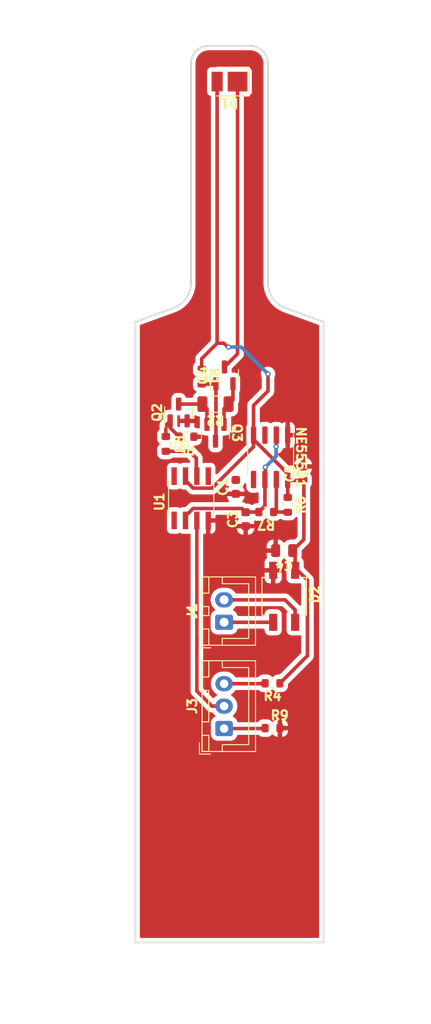
<source format=kicad_pcb>
(kicad_pcb (version 20221018) (generator pcbnew)
  (layers (0 "F.Cu" signal) (31 "B.Cu" signal) (34 "B.Paste" user) (35 "F.Paste" user) (36 "B.SilkS" user "B.Silkscreen") (37 "F.SilkS" user "F.Silkscreen") (38 "B.Mask" user) (39 "F.Mask" user) (44 "Edge.Cuts" user))
  (net 0 "")
  (net 1 "VCC")
  (net 2 "GND")
  (net 3 "Net-(J1-Pin_2)")
  (net 4 "Net-(J1-Pin_1)")
  (net 5 "Net-(D1-K)")
  (net 6 "Net-(J3-Pin_1)")
  (net 7 "Net-(J3-Pin_2)")
  (net 8 "Net-(J3-Pin_3)")
  (net 9 "Net-(Q2-G)")
  (net 10 "Net-(Q2-D)")
  (net 11 "Net-(Q3-B)")
  (net 12 "Net-(Q3-C)")
  (net 13 "Net-(U1-OUT)")
  (net 16 "Net-(NE555D1-CV)")
  (net 17 "Net-(NE555D1-THR)")
  (net 18 "Net-(NE555D1-DIS)")
  (footprint "Connector_JST:JST_XH_B3B-XH-A_1x03_P2.50mm_Vertical" (layer "F.Cu") (at 130.497631 137.946208 90)
    (fp_text reference "J3" (at 2.5 -3.55 90 unlocked) (layer "F.SilkS") (effects (font (thickness 2) bold)))
    (fp_text value "Conn_01x03_Socket")
    (fp_line (start -2.85 -2.75) (end -2.85 -1.5) (stroke (width 0.12)) (layer "F.SilkS"))
    (fp_line (start -2.56 -2.46) (end -2.56 3.51) (stroke (width 0.12)) (layer "F.SilkS"))
    (fp_line (start -2.56 3.51) (end 7.56 3.51) (stroke (width 0.12)) (layer "F.SilkS"))
    (fp_line (start -2.55 -2.45) (end -2.55 -1.7) (stroke (width 0.12)) (layer "F.SilkS"))
    (fp_line (start -2.55 -1.7) (end -0.75 -1.7) (stroke (width 0.12)) (layer "F.SilkS"))
    (fp_line (start -2.55 -0.2) (end -1.8 -0.2) (stroke (width 0.12)) (layer "F.SilkS"))
    (fp_line (start -1.8 -0.2) (end -1.8 2.75) (stroke (width 0.12)) (layer "F.SilkS"))
    (fp_line (start -1.8 2.75) (end 2.5 2.75) (stroke (width 0.12)) (layer "F.SilkS"))
    (fp_line (start -1.6 -2.75) (end -2.85 -2.75) (stroke (width 0.12)) (layer "F.SilkS"))
    (fp_line (start -0.75 -2.45) (end -2.55 -2.45) (stroke (width 0.12)) (layer "F.SilkS"))
    (fp_line (start -0.75 -1.7) (end -0.75 -2.45) (stroke (width 0.12)) (layer "F.SilkS"))
    (fp_line (start 0.75 -2.45) (end 0.75 -1.7) (stroke (width 0.12)) (layer "F.SilkS"))
    (fp_line (start 0.75 -1.7) (end 4.25 -1.7) (stroke (width 0.12)) (layer "F.SilkS"))
    (fp_line (start 4.25 -2.45) (end 0.75 -2.45) (stroke (width 0.12)) (layer "F.SilkS"))
    (fp_line (start 4.25 -1.7) (end 4.25 -2.45) (stroke (width 0.12)) (layer "F.SilkS"))
    (fp_line (start 5.75 -2.45) (end 5.75 -1.7) (stroke (width 0.12)) (layer "F.SilkS"))
    (fp_line (start 5.75 -1.7) (end 7.55 -1.7) (stroke (width 0.12)) (layer "F.SilkS"))
    (fp_line (start 6.8 -0.2) (end 6.8 2.75) (stroke (width 0.12)) (layer "F.SilkS"))
    (fp_line (start 6.8 2.75) (end 2.5 2.75) (stroke (width 0.12)) (layer "F.SilkS"))
    (fp_line (start 7.55 -2.45) (end 5.75 -2.45) (stroke (width 0.12)) (layer "F.SilkS"))
    (fp_line (start 7.55 -1.7) (end 7.55 -2.45) (stroke (width 0.12)) (layer "F.SilkS"))
    (fp_line (start 7.55 -0.2) (end 6.8 -0.2) (stroke (width 0.12)) (layer "F.SilkS"))
    (fp_line (start 7.56 -2.46) (end -2.56 -2.46) (stroke (width 0.12)) (layer "F.SilkS"))
    (fp_line (start 7.56 3.51) (end 7.56 -2.46) (stroke (width 0.12)) (layer "F.SilkS"))
    (pad "1" thru_hole roundrect (at 0 0 90) (size 1.7 1.95) (drill 0.95) (layers "*.Cu" "*.Mask") (roundrect_rratio 0.1470588235) (net 6 "Net-(J3-Pin_1)"))
    (pad "2" thru_hole oval (at 2.5 0 90) (size 1.7 1.95) (drill 0.95) (layers "*.Cu" "*.Mask") (net 7 "Net-(J3-Pin_2)"))
    (pad "3" thru_hole oval (at 5 0 90) (size 1.7 1.95) (drill 0.95) (layers "*.Cu" "*.Mask") (net 8 "Net-(J3-Pin_3)"))
  )
  (footprint "Resistor_SMD:R_0603_1608Metric" (layer "F.Cu") (at 128 98.7 -90)
    (fp_text reference "R1" (at 0 -1.43 -90 unlocked) (layer "F.SilkS") (effects (font (thickness 2) bold)))
    (fp_text value "2.2k")
    (fp_line (start -0.237258 -0.5225) (end 0.237258 -0.5225) (stroke (width 0.12)) (layer "F.SilkS"))
    (fp_line (start -0.237258 0.5225) (end 0.237258 0.5225) (stroke (width 0.12)) (layer "F.SilkS"))
    (pad "1" smd roundrect (at -0.825 0 270) (size 0.8 0.95) (layers "F.Cu" "F.Paste" "F.Mask") (net 1 "VCC"))
    (pad "2" smd roundrect (at 0.825 0 270) (size 0.8 0.95) (layers "F.Cu" "F.Paste" "F.Mask") (net 12 "Net-(Q3-C)"))
  )
  (footprint "Connector_JST:JST_XH_B2B-XH-A_1x02_P2.50mm_Vertical" (layer "F.Cu") (at 130.497631 126.096208 90)
    (fp_text reference "J1" (at 1.25 -3.55 90 unlocked) (layer "F.SilkS") (effects (font (thickness 2) bold)))
    (fp_text value "Conn_01x02_Socket")
    (fp_line (start -2.85 -2.75) (end -2.85 -1.5) (stroke (width 0.12)) (layer "F.SilkS"))
    (fp_line (start -2.56 -2.46) (end -2.56 3.51) (stroke (width 0.12)) (layer "F.SilkS"))
    (fp_line (start -2.56 3.51) (end 5.06 3.51) (stroke (width 0.12)) (layer "F.SilkS"))
    (fp_line (start -2.55 -2.45) (end -2.55 -1.7) (stroke (width 0.12)) (layer "F.SilkS"))
    (fp_line (start -2.55 -1.7) (end -0.75 -1.7) (stroke (width 0.12)) (layer "F.SilkS"))
    (fp_line (start -2.55 -0.2) (end -1.8 -0.2) (stroke (width 0.12)) (layer "F.SilkS"))
    (fp_line (start -1.8 -0.2) (end -1.8 2.75) (stroke (width 0.12)) (layer "F.SilkS"))
    (fp_line (start -1.8 2.75) (end 1.25 2.75) (stroke (width 0.12)) (layer "F.SilkS"))
    (fp_line (start -1.6 -2.75) (end -2.85 -2.75) (stroke (width 0.12)) (layer "F.SilkS"))
    (fp_line (start -0.75 -2.45) (end -2.55 -2.45) (stroke (width 0.12)) (layer "F.SilkS"))
    (fp_line (start -0.75 -1.7) (end -0.75 -2.45) (stroke (width 0.12)) (layer "F.SilkS"))
    (fp_line (start 0.75 -2.45) (end 0.75 -1.7) (stroke (width 0.12)) (layer "F.SilkS"))
    (fp_line (start 0.75 -1.7) (end 1.75 -1.7) (stroke (width 0.12)) (layer "F.SilkS"))
    (fp_line (start 1.75 -2.45) (end 0.75 -2.45) (stroke (width 0.12)) (layer "F.SilkS"))
    (fp_line (start 1.75 -1.7) (end 1.75 -2.45) (stroke (width 0.12)) (layer "F.SilkS"))
    (fp_line (start 3.25 -2.45) (end 3.25 -1.7) (stroke (width 0.12)) (layer "F.SilkS"))
    (fp_line (start 3.25 -1.7) (end 5.05 -1.7) (stroke (width 0.12)) (layer "F.SilkS"))
    (fp_line (start 4.3 -0.2) (end 4.3 2.75) (stroke (width 0.12)) (layer "F.SilkS"))
    (fp_line (start 4.3 2.75) (end 1.25 2.75) (stroke (width 0.12)) (layer "F.SilkS"))
    (fp_line (start 5.05 -2.45) (end 3.25 -2.45) (stroke (width 0.12)) (layer "F.SilkS"))
    (fp_line (start 5.05 -1.7) (end 5.05 -2.45) (stroke (width 0.12)) (layer "F.SilkS"))
    (fp_line (start 5.05 -0.2) (end 4.3 -0.2) (stroke (width 0.12)) (layer "F.SilkS"))
    (fp_line (start 5.06 -2.46) (end -2.56 -2.46) (stroke (width 0.12)) (layer "F.SilkS"))
    (fp_line (start 5.06 3.51) (end 5.06 -2.46) (stroke (width 0.12)) (layer "F.SilkS"))
    (pad "1" thru_hole roundrect (at 0 0 90) (size 1.7 2) (drill 1) (layers "*.Cu" "*.Mask") (roundrect_rratio 0.1470588235) (net 4 "Net-(J1-Pin_1)"))
    (pad "2" thru_hole oval (at 2.5 0 90) (size 1.7 2) (drill 1) (layers "*.Cu" "*.Mask") (net 3 "Net-(J1-Pin_2)"))
  )
  (footprint "Resistor_SMD:R_1206_3216Metric" (layer "F.Cu") (at 129.54 101.7625 180)
    (fp_text reference "R2" (at 0 -1.82 180 unlocked) (layer "F.SilkS") (effects (font (thickness 2) bold)))
    (fp_text value "22")
    (fp_line (start -0.727064 -0.91) (end 0.727064 -0.91) (stroke (width 0.12)) (layer "F.SilkS"))
    (fp_line (start -0.727064 0.91) (end 0.727064 0.91) (stroke (width 0.12)) (layer "F.SilkS"))
    (pad "1" smd roundrect (at -1.4625 0 180) (size 1.125 1.75) (layers "F.Cu" "F.Paste" "F.Mask") (roundrect_rratio 0.2222222222) (net 11 "Net-(Q3-B)"))
    (pad "2" smd roundrect (at 1.4625 0 180) (size 1.125 1.75) (layers "F.Cu" "F.Paste" "F.Mask") (roundrect_rratio 0.2222222222) (net 10 "Net-(Q2-D)"))
  )
  (footprint "LED_SMD:LED_PLCC_2835" (layer "F.Cu") (at 131.1 65.8 180)
    (fp_text reference "D1" (at 0 -2.4 180 unlocked) (layer "F.SilkS") (effects (font (thickness 2) bold)))
    (fp_text value "LED")
    (fp_line (start -2.2 -1.6) (end -2.2 1.6) (stroke (width 0.12)) (layer "F.SilkS"))
    (fp_line (start 1.4 -1.6) (end -2.2 -1.6) (stroke (width 0.12)) (layer "F.SilkS"))
    (fp_line (start 1.4 1.6) (end -2.2 1.6) (stroke (width 0.12)) (layer "F.SilkS"))
    (pad "1" smd rect (at -0.9 0 180) (size 2.2 2.2) (layers "F.Cu" "F.Paste" "F.Mask") (net 5 "Net-(D1-K)"))
    (pad "2" smd rect (at 1.375 0 180) (size 1.25 2.2) (layers "F.Cu" "F.Paste" "F.Mask") (net 1 "VCC"))
  )
  (footprint "Capacitor_SMD:C_0805_2012Metric" (layer "F.Cu") (at 137.2 118.1 180)
    (fp_text reference "C4" (at 0 -1.68 180 unlocked) (layer "F.SilkS") (effects (font (thickness 2) bold)))
    (fp_text value "10u")
    (fp_line (start -0.261252 -0.735) (end 0.261252 -0.735) (stroke (width 0.12)) (layer "F.SilkS"))
    (fp_line (start -0.261252 0.735) (end 0.261252 0.735) (stroke (width 0.12)) (layer "F.SilkS"))
    (pad "1" smd roundrect (at -0.95 0 180) (size 1 1.45) (layers "F.Cu" "F.Paste" "F.Mask") (net 1 "VCC"))
    (pad "2" smd roundrect (at 0.95 0 180) (size 1 1.45) (layers "F.Cu" "F.Paste" "F.Mask") (net 2 "GND"))
  )
  (footprint "Resistor_SMD:R_0603_1608Metric" (layer "F.Cu") (at 135.9 137.9)
    (fp_text reference "R9" (at 0.8 -1.43 unlocked) (layer "F.SilkS") (effects (font (thickness 2) bold)))
    (fp_text value "51k")
    (fp_line (start -0.237258 -0.5225) (end 0.237258 -0.5225) (stroke (width 0.12)) (layer "F.SilkS"))
    (fp_line (start -0.237258 0.5225) (end 0.237258 0.5225) (stroke (width 0.12)) (layer "F.SilkS"))
    (pad "1" smd roundrect (at -0.825 0) (size 0.8 0.95) (layers "F.Cu" "F.Paste" "F.Mask") (net 6 "Net-(J3-Pin_1)"))
    (pad "2" smd roundrect (at 0.825 0) (size 0.8 0.95) (layers "F.Cu" "F.Paste" "F.Mask") (net 2 "GND"))
  )
  (footprint "Resistor_SMD:R_0603_1608Metric" (layer "F.Cu") (at 137.6 113 -90)
    (fp_text reference "R6" (at 0 -1.43 90 unlocked) (layer "F.SilkS") (effects (font (thickness 2) bold)))
    (fp_text value "20k")
    (fp_line (start -0.237258 -0.5225) (end 0.237258 -0.5225) (stroke (width 0.12)) (layer "F.SilkS"))
    (fp_line (start -0.237258 0.5225) (end 0.237258 0.5225) (stroke (width 0.12)) (layer "F.SilkS"))
    (pad "1" smd roundrect (at -0.825 0 270) (size 0.8 0.95) (layers "F.Cu" "F.Paste" "F.Mask") (net 1 "VCC"))
    (pad "2" smd roundrect (at 0.825 0 270) (size 0.8 0.95) (layers "F.Cu" "F.Paste" "F.Mask") (net 18 "Net-(NE555D1-DIS)"))
  )
  (footprint "Capacitor_SMD:C_0603_1608Metric" (layer "F.Cu") (at 131.8 111 90)
    (fp_text reference "C1" (at 0 -1.43 90 unlocked) (layer "F.SilkS") (effects (font (thickness 2) bold)))
    (fp_text value "10n")
    (fp_line (start -0.14058 -0.51) (end 0.14058 -0.51) (stroke (width 0.12)) (layer "F.SilkS"))
    (fp_line (start -0.14058 0.51) (end 0.14058 0.51) (stroke (width 0.12)) (layer "F.SilkS"))
    (pad "1" smd roundrect (at -0.775 0 90) (size 0.9 0.95) (layers "F.Cu" "F.Paste" "F.Mask") (net 2 "GND"))
    (pad "2" smd roundrect (at 0.775 0 90) (size 0.9 0.95) (layers "F.Cu" "F.Paste" "F.Mask") (net 16 "Net-(NE555D1-CV)"))
  )
  (footprint "Resistor_SMD:R_0603_1608Metric" (layer "F.Cu") (at 126.3 105.4 180)
    (fp_text reference "R5" (at 0 -1.43 180 unlocked) (layer "F.SilkS") (effects (font (thickness 2) bold)))
    (fp_text value "10k")
    (fp_line (start -0.237258 -0.5225) (end 0.237258 -0.5225) (stroke (width 0.12)) (layer "F.SilkS"))
    (fp_line (start -0.237258 0.5225) (end 0.237258 0.5225) (stroke (width 0.12)) (layer "F.SilkS"))
    (pad "1" smd roundrect (at -0.825 0 180) (size 0.8 0.95) (layers "F.Cu" "F.Paste" "F.Mask") (net 2 "GND"))
    (pad "2" smd roundrect (at 0.825 0 180) (size 0.8 0.95) (layers "F.Cu" "F.Paste" "F.Mask") (net 9 "Net-(Q2-G)"))
  )
  (footprint "Capacitor_SMD:C_0603_1608Metric" (layer "F.Cu") (at 132.9 114.6 90)
    (fp_text reference "C3" (at 0 -1.43 90 unlocked) (layer "F.SilkS") (effects (font (thickness 2) bold)))
    (fp_text value "100n")
    (fp_line (start -0.14058 -0.51) (end 0.14058 -0.51) (stroke (width 0.12)) (layer "F.SilkS"))
    (fp_line (start -0.14058 0.51) (end 0.14058 0.51) (stroke (width 0.12)) (layer "F.SilkS"))
    (pad "1" smd roundrect (at -0.775 0 90) (size 0.9 0.95) (layers "F.Cu" "F.Paste" "F.Mask") (net 2 "GND"))
    (pad "2" smd roundrect (at 0.775 0 90) (size 0.9 0.95) (layers "F.Cu" "F.Paste" "F.Mask") (net 17 "Net-(NE555D1-THR)"))
  )
  (footprint "MB10S:SOIC245P670X290-4N" (layer "F.Cu") (at 137.2 123.2 -90)
    (fp_text reference "D2" (at -0.218388 -3.412419 90 unlocked) (layer "F.SilkS") (effects (font (thickness 2) bold)))
    (fp_text value "MB10S")
    (fp_line (start -2.1 -2.48) (end 2.1 -2.48) (stroke (width 0.127)) (layer "F.SilkS"))
    (fp_line (start -2.1 -1.95) (end -2.1 -2.48) (stroke (width 0.127)) (layer "F.SilkS"))
    (fp_line (start -2.1 1.9) (end -2.1 2.48) (stroke (width 0.127)) (layer "F.SilkS"))
    (fp_line (start -2.1 2.48) (end 2.1 2.48) (stroke (width 0.127)) (layer "F.SilkS"))
    (fp_line (start 2.1 -2.48) (end 2.1 -1.9) (stroke (width 0.127)) (layer "F.SilkS"))
    (fp_line (start 2.1 2.48) (end 2.1 1.9) (stroke (width 0.127)) (layer "F.SilkS"))
    (pad "1" smd roundrect (at -2.9 -1.225 270) (size 1.91 0.91) (layers "F.Cu" "F.Paste" "F.Mask") (roundrect_rratio 0.1) (net 1 "VCC"))
    (pad "2" smd roundrect (at -2.9 1.225 270) (size 1.91 0.91) (layers "F.Cu" "F.Paste" "F.Mask") (roundrect_rratio 0.1) (net 2 "GND"))
    (pad "3" smd roundrect (at 2.9 1.225 270) (size 1.91 0.91) (layers "F.Cu" "F.Paste" "F.Mask") (roundrect_rratio 0.1) (net 4 "Net-(J1-Pin_1)"))
    (pad "4" smd roundrect (at 2.9 -1.225 270) (size 1.91 0.91) (layers "F.Cu" "F.Paste" "F.Mask") (roundrect_rratio 0.1) (net 3 "Net-(J1-Pin_2)"))
  )
  (footprint "Resistor_SMD:R_0603_1608Metric" (layer "F.Cu") (at 135.2 113.8 180)
    (fp_text reference "R7" (at 0 -1.43 180 unlocked) (layer "F.SilkS") (effects (font (thickness 2) bold)))
    (fp_text value "20k")
    (fp_line (start -0.237258 -0.5225) (end 0.237258 -0.5225) (stroke (width 0.12)) (layer "F.SilkS"))
    (fp_line (start -0.237258 0.5225) (end 0.237258 0.5225) (stroke (width 0.12)) (layer "F.SilkS"))
    (pad "1" smd roundrect (at -0.825 0 180) (size 0.8 0.95) (layers "F.Cu" "F.Paste" "F.Mask") (net 18 "Net-(NE555D1-DIS)"))
    (pad "2" smd roundrect (at 0.825 0 180) (size 0.8 0.95) (layers "F.Cu" "F.Paste" "F.Mask") (net 17 "Net-(NE555D1-THR)"))
  )
  (footprint "Package_SO:SOIC-8_3.9x4.9mm_P1.27mm" (layer "F.Cu") (at 135.69 107.7 -90)
    (fp_text reference "NE555D1" (at 0 -3.4 -90 unlocked) (layer "F.SilkS") (effects (font (thickness 2) bold)))
    (fp_text value "NE555D")
    (fp_line (start 0 -2.56) (end -3.45 -2.56) (stroke (width 0.12)) (layer "F.SilkS"))
    (fp_line (start 0 -2.56) (end 1.95 -2.56) (stroke (width 0.12)) (layer "F.SilkS"))
    (fp_line (start 0 2.56) (end -1.95 2.56) (stroke (width 0.12)) (layer "F.SilkS"))
    (fp_line (start 0 2.56) (end 1.95 2.56) (stroke (width 0.12)) (layer "F.SilkS"))
    (pad "1" smd roundrect (at -2.475 -1.905 270) (size 1.95 0.6) (layers "F.Cu" "F.Paste" "F.Mask") (net 2 "GND"))
    (pad "2" smd roundrect (at -2.475 -0.635 270) (size 1.95 0.6) (layers "F.Cu" "F.Paste" "F.Mask") (net 17 "Net-(NE555D1-THR)"))
    (pad "3" smd roundrect (at -2.475 0.635 270) (size 1.95 0.6) (layers "F.Cu" "F.Paste" "F.Mask"))
    (pad "4" smd roundrect (at -2.475 1.905 270) (size 1.95 0.6) (layers "F.Cu" "F.Paste" "F.Mask") (net 1 "VCC"))
    (pad "5" smd roundrect (at 2.475 1.905 270) (size 1.95 0.6) (layers "F.Cu" "F.Paste" "F.Mask") (net 16 "Net-(NE555D1-CV)"))
    (pad "6" smd roundrect (at 2.475 0.635 270) (size 1.95 0.6) (layers "F.Cu" "F.Paste" "F.Mask") (net 17 "Net-(NE555D1-THR)"))
    (pad "7" smd roundrect (at 2.475 -0.635 270) (size 1.95 0.6) (layers "F.Cu" "F.Paste" "F.Mask") (net 18 "Net-(NE555D1-DIS)"))
    (pad "8" smd roundrect (at 2.475 -1.905 270) (size 1.95 0.6) (layers "F.Cu" "F.Paste" "F.Mask") (net 1 "VCC"))
  )
  (footprint "OP07CDR:SOIC127P599X175-8N" (layer "F.Cu") (at 126.8275 112.27 90)
    (fp_text reference "U1" (at -0.385 -3.537 90 unlocked) (layer "F.SilkS") (effects (font (thickness 2) bold)))
    (fp_text value "OP07CDR")
    (fp_line (start -1.95 -2.525) (end 1.95 -2.525) (stroke (width 0.127)) (layer "F.SilkS"))
    (fp_line (start -1.95 2.525) (end 1.95 2.525) (stroke (width 0.127)) (layer "F.SilkS"))
    (pad "1" smd roundrect (at -2.47 -1.905 90) (size 1.97 0.6) (layers "F.Cu" "F.Paste" "F.Mask") (roundrect_rratio 0.07))
    (pad "2" smd roundrect (at -2.47 -0.635 90) (size 1.97 0.6) (layers "F.Cu" "F.Paste" "F.Mask") (roundrect_rratio 0.07) (net 17 "Net-(NE555D1-THR)"))
    (pad "3" smd roundrect (at -2.47 0.635 90) (size 1.97 0.6) (layers "F.Cu" "F.Paste" "F.Mask") (roundrect_rratio 0.07) (net 7 "Net-(J3-Pin_2)"))
    (pad "4" smd roundrect (at -2.47 1.905 90) (size 1.97 0.6) (layers "F.Cu" "F.Paste" "F.Mask") (roundrect_rratio 0.07) (net 2 "GND"))
    (pad "5" smd roundrect (at 2.47 1.905 90) (size 1.97 0.6) (layers "F.Cu" "F.Paste" "F.Mask") (roundrect_rratio 0.07))
    (pad "6" smd roundrect (at 2.47 0.635 90) (size 1.97 0.6) (layers "F.Cu" "F.Paste" "F.Mask") (roundrect_rratio 0.07) (net 13 "Net-(U1-OUT)"))
    (pad "7" smd roundrect (at 2.47 -0.635 90) (size 1.97 0.6) (layers "F.Cu" "F.Paste" "F.Mask") (roundrect_rratio 0.07) (net 1 "VCC"))
    (pad "8" smd roundrect (at 2.47 -1.905 90) (size 1.97 0.6) (layers "F.Cu" "F.Paste" "F.Mask") (roundrect_rratio 0.07))
  )
  (footprint "Resistor_SMD:R_0603_1608Metric" (layer "F.Cu") (at 124 106.2 -90)
    (fp_text reference "R3" (at 0 -1.43 -90 unlocked) (layer "F.SilkS") (effects (font (thickness 2) bold)))
    (fp_text value "1k")
    (fp_line (start -0.237258 -0.5225) (end 0.237258 -0.5225) (stroke (width 0.12)) (layer "F.SilkS"))
    (fp_line (start -0.237258 0.5225) (end 0.237258 0.5225) (stroke (width 0.12)) (layer "F.SilkS"))
    (pad "1" smd roundrect (at -0.825 0 270) (size 0.8 0.95) (layers "F.Cu" "F.Paste" "F.Mask") (net 9 "Net-(Q2-G)"))
    (pad "2" smd roundrect (at 0.825 0 270) (size 0.8 0.95) (layers "F.Cu" "F.Paste" "F.Mask") (net 13 "Net-(U1-OUT)"))
  )
  (footprint "Package_TO_SOT_SMD:SOT-23" (layer "F.Cu") (at 130.54 98.5625 90)
    (fp_text reference "Q4" (at 0 -2.4 90 unlocked) (layer "F.SilkS") (effects (font (thickness 2) bold)))
    (fp_text value "AO3400A")
    (fp_line (start 0 -1.56) (end -1.675 -1.56) (stroke (width 0.12)) (layer "F.SilkS"))
    (fp_line (start 0 -1.56) (end 0.65 -1.56) (stroke (width 0.12)) (layer "F.SilkS"))
    (fp_line (start 0 1.56) (end -0.65 1.56) (stroke (width 0.12)) (layer "F.SilkS"))
    (fp_line (start 0 1.56) (end 0.65 1.56) (stroke (width 0.12)) (layer "F.SilkS"))
    (pad "1" smd roundrect (at -0.9375 -0.95 90) (size 1.475 0.6) (layers "F.Cu" "F.Paste" "F.Mask") (net 12 "Net-(Q3-C)"))
    (pad "2" smd roundrect (at -0.9375 0.95 90) (size 1.475 0.6) (layers "F.Cu" "F.Paste" "F.Mask") (net 11 "Net-(Q3-B)"))
    (pad "3" smd roundrect (at 0.9375 0 90) (size 1.475 0.6) (layers "F.Cu" "F.Paste" "F.Mask") (net 5 "Net-(D1-K)"))
  )
  (footprint "Resistor_SMD:R_0603_1608Metric" (layer "F.Cu") (at 135.9 132.9 180)
    (fp_text reference "R4" (at 0 -1.43 unlocked) (layer "F.SilkS") (effects (font (thickness 2) bold)))
    (fp_text value "51k")
    (fp_line (start -0.237258 -0.5225) (end 0.237258 -0.5225) (stroke (width 0.12)) (layer "F.SilkS"))
    (fp_line (start -0.237258 0.5225) (end 0.237258 0.5225) (stroke (width 0.12)) (layer "F.SilkS"))
    (pad "1" smd roundrect (at -0.825 0 180) (size 0.8 0.95) (layers "F.Cu" "F.Paste" "F.Mask") (net 1 "VCC"))
    (pad "2" smd roundrect (at 0.825 0 180) (size 0.8 0.95) (layers "F.Cu" "F.Paste" "F.Mask") (net 8 "Net-(J3-Pin_3)"))
  )
  (footprint "Capacitor_SMD:C_0603_1608Metric" (layer "F.Cu") (at 139.315 109.5 90)
    (fp_text reference "C5" (at 0 -1.43 90 unlocked) (layer "F.SilkS") (effects (font (thickness 2) bold)))
    (fp_text value "100n")
    (fp_line (start -0.14058 -0.51) (end 0.14058 -0.51) (stroke (width 0.12)) (layer "F.SilkS"))
    (fp_line (start -0.14058 0.51) (end 0.14058 0.51) (stroke (width 0.12)) (layer "F.SilkS"))
    (pad "1" smd roundrect (at -0.775 0 90) (size 0.9 0.95) (layers "F.Cu" "F.Paste" "F.Mask") (net 1 "VCC"))
    (pad "2" smd roundrect (at 0.775 0 90) (size 0.9 0.95) (layers "F.Cu" "F.Paste" "F.Mask") (net 2 "GND"))
  )
  (footprint "Package_TO_SOT_SMD:SOT-23" (layer "F.Cu") (at 125.4275 102.7 90)
    (fp_text reference "Q2" (at 0 -2.4 90 unlocked) (layer "F.SilkS") (effects (font (thickness 2) bold)))
    (fp_text value "AO3400A")
    (fp_line (start 0 -1.56) (end -1.675 -1.56) (stroke (width 0.12)) (layer "F.SilkS"))
    (fp_line (start 0 -1.56) (end 0.65 -1.56) (stroke (width 0.12)) (layer "F.SilkS"))
    (fp_line (start 0 1.56) (end -0.65 1.56) (stroke (width 0.12)) (layer "F.SilkS"))
    (fp_line (start 0 1.56) (end 0.65 1.56) (stroke (width 0.12)) (layer "F.SilkS"))
    (pad "1" smd roundrect (at -0.9375 -0.95 90) (size 1.475 0.6) (layers "F.Cu" "F.Paste" "F.Mask") (net 9 "Net-(Q2-G)"))
    (pad "2" smd roundrect (at -0.9375 0.95 90) (size 1.475 0.6) (layers "F.Cu" "F.Paste" "F.Mask") (net 2 "GND"))
    (pad "3" smd roundrect (at 0.9375 0 90) (size 1.475 0.6) (layers "F.Cu" "F.Paste" "F.Mask") (net 10 "Net-(Q2-D)"))
  )
  (footprint "Package_TO_SOT_SMD:SOT-23" (layer "F.Cu") (at 129.54 104.9625 -90)
    (fp_text reference "Q3" (at 0 -2.4 -90 unlocked) (layer "F.SilkS") (effects (font (thickness 2) bold)))
    (fp_text value "MMBT5551L")
    (fp_line (start 0 -1.56) (end -1.675 -1.56) (stroke (width 0.12)) (layer "F.SilkS"))
    (fp_line (start 0 -1.56) (end 0.65 -1.56) (stroke (width 0.12)) (layer "F.SilkS"))
    (fp_line (start 0 1.56) (end -0.65 1.56) (stroke (width 0.12)) (layer "F.SilkS"))
    (fp_line (start 0 1.56) (end 0.65 1.56) (stroke (width 0.12)) (layer "F.SilkS"))
    (pad "1" smd roundrect (at -0.9375 -0.95 270) (size 1.475 0.6) (layers "F.Cu" "F.Paste" "F.Mask") (net 11 "Net-(Q3-B)"))
    (pad "2" smd roundrect (at -0.9375 0.95 270) (size 1.475 0.6) (layers "F.Cu" "F.Paste" "F.Mask") (net 10 "Net-(Q2-D)"))
    (pad "3" smd roundrect (at 0.9375 0 270) (size 1.475 0.6) (layers "F.Cu" "F.Paste" "F.Mask") (net 12 "Net-(Q3-C)"))
  )
  (gr_arc (start 133.394038 61.8) (mid 134.808227 62.3858) (end 135.394038 63.8) (stroke (width 0.2)) (layer "Edge.Cuts"))
  (gr_line (start 141.6 161.8) (end 141.6 92.6) (stroke (width 0.2)) (layer "Edge.Cuts"))
  (gr_arc (start 126.805962 63.8) (mid 127.391746 62.385773) (end 128.805962 61.8) (stroke (width 0.2)) (layer "Edge.Cuts"))
  (gr_line (start 135.394038 88.240592) (end 135.394038 63.8) (stroke (width 0.2)) (layer "Edge.Cuts"))
  (gr_line (start 133.394038 61.8) (end 128.805962 61.8) (stroke (width 0.2)) (layer "Edge.Cuts"))
  (gr_line (start 126.805962 88.240592) (end 126.805962 63.8) (stroke (width 0.2)) (layer "Edge.Cuts"))
  (gr_line (start 141.6 92.6) (end 137.367977 91.05967) (stroke (width 0.2)) (layer "Edge.Cuts"))
  (gr_arc (start 137.367977 91.05967) (mid 135.936567 89.961328) (end 135.394038 88.240592) (stroke (width 0.2)) (layer "Edge.Cuts"))
  (gr_line (start 120.6 161.8) (end 141.6 161.8) (stroke (width 0.2)) (layer "Edge.Cuts"))
  (gr_line (start 120.6 92.6) (end 120.6 161.8) (stroke (width 0.2)) (layer "Edge.Cuts"))
  (gr_line (start 120.6 92.6) (end 124.832023 91.05967) (stroke (width 0.2)) (layer "Edge.Cuts"))
  (gr_arc (start 126.805962 88.240592) (mid 126.263418 89.961318) (end 124.832023 91.05967) (stroke (width 0.2)) (layer "Edge.Cuts"))
  (segment (start 128 96.7) (end 128 97.875) (width 0.4) (layer "F.Cu") (net 1))
  (segment (start 137.595 109.517817) (end 137.595 110.175) (width 0.4) (layer "F.Cu") (net 1))
  (segment (start 129.725 65.8) (end 129.725 94.975) (width 0.4) (layer "F.Cu") (net 1))
  (segment (start 138.15 118.1) (end 139.4 116.85) (width 0.4) (layer "F.Cu") (net 1))
  (segment (start 129.725 94.975) (end 128 96.7) (width 0.4) (layer "F.Cu") (net 1))
  (segment (start 138.425 118.375) (end 138.15 118.1) (width 0.4) (layer "F.Cu") (net 1))
  (segment (start 137.6 110.18) (end 137.595 110.175) (width 0.4) (layer "F.Cu") (net 1))
  (segment (start 133.785 105.707817) (end 137.595 109.517817) (width 0.4) (layer "F.Cu") (net 1))
  (segment (start 130.475 94.975) (end 130.8 95.3) (width 0.4) (layer "F.Cu") (net 1))
  (segment (start 129.725 94.975) (end 130.475 94.975) (width 0.4) (layer "F.Cu") (net 1))
  (segment (start 137.695 110.275) (end 137.595 110.175) (width 0.4) (layer "F.Cu") (net 1))
  (segment (start 137.6 112.175) (end 137.6 110.18) (width 0.4) (layer "F.Cu") (net 1))
  (segment (start 138.425 120.3) (end 138.7 120.3) (width 0.4) (layer "F.Cu") (net 1))
  (segment (start 129.165 111.135) (end 133.785 106.515) (width 0.4) (layer "F.Cu") (net 1))
  (segment (start 139.4 116.85) (end 139.4 110.36) (width 0.4) (layer "F.Cu") (net 1))
  (segment (start 138.7 120.3) (end 139.8 121.4) (width 0.4) (layer "F.Cu") (net 1))
  (segment (start 139.315 110.275) (end 137.695 110.275) (width 0.4) (layer "F.Cu") (net 1))
  (segment (start 126.1925 109.8) (end 126.1925 110.285372) (width 0.4) (layer "F.Cu") (net 1))
  (segment (start 127.042128 111.135) (end 129.165 111.135) (width 0.4) (layer "F.Cu") (net 1))
  (segment (start 135.4 100.3) (end 135.4 98.4) (width 0.4) (layer "F.Cu") (net 1))
  (segment (start 133.785 105.225) (end 133.785 105.707817) (width 0.4) (layer "F.Cu") (net 1))
  (segment (start 133.785 105.225) (end 133.785 101.915) (width 0.4) (layer "F.Cu") (net 1))
  (segment (start 126.1925 110.285372) (end 127.042128 111.135) (width 0.4) (layer "F.Cu") (net 1))
  (segment (start 139.8 129.825) (end 139.8 121.4) (width 0.4) (layer "F.Cu") (net 1))
  (segment (start 133.785 106.515) (end 133.785 105.225) (width 0.4) (layer "F.Cu") (net 1))
  (segment (start 138.425 120.3) (end 138.425 118.375) (width 0.4) (layer "F.Cu") (net 1))
  (segment (start 133.785 101.915) (end 135.4 100.3) (width 0.4) (layer "F.Cu") (net 1))
  (segment (start 136.725 132.9) (end 139.8 129.825) (width 0.4) (layer "F.Cu") (net 1))
  (segment (start 139.4 110.36) (end 139.315 110.275) (width 0.4) (layer "F.Cu") (net 1))
  (via (at 131 95.4) (size 0.6) (drill 0.3) (layers "F.Cu" "B.Cu") (net 1))
  (via (at 135.4 98.4) (size 0.6) (drill 0.3) (layers "F.Cu" "B.Cu") (net 1))
  (segment (start 135.4 98.4) (end 132.4 95.4) (width 0.4) (layer "B.Cu") (net 1))
  (segment (start 132.4 95.4) (end 131 95.4) (width 0.4) (layer "B.Cu") (net 1))
  (segment (start 137.296208 123.596208) (end 138.425 124.725) (width 0.4) (layer "F.Cu") (net 3))
  (segment (start 138.425 124.725) (end 138.425 126.1) (width 0.4) (layer "F.Cu") (net 3))
  (segment (start 130.497631 123.596208) (end 137.296208 123.596208) (width 0.4) (layer "F.Cu") (net 3))
  (segment (start 135.971208 126.096208) (end 135.975 126.1) (width 0.4) (layer "F.Cu") (net 4))
  (segment (start 130.497631 126.096208) (end 135.971208 126.096208) (width 0.4) (layer "F.Cu") (net 4))
  (segment (start 132 65.8) (end 132 96.165) (width 0.4) (layer "F.Cu") (net 5))
  (segment (start 132 96.165) (end 130.54 97.625) (width 0.4) (layer "F.Cu") (net 5))
  (segment (start 135.028792 137.946208) (end 135.075 137.9) (width 0.4) (layer "F.Cu") (net 6))
  (segment (start 130.497631 137.946208) (end 135.028792 137.946208) (width 0.4) (layer "F.Cu") (net 6))
  (segment (start 129.146208 135.446208) (end 130.497631 135.446208) (width 0.4) (layer "F.Cu") (net 7))
  (segment (start 127.4625 133.7625) (end 129.146208 135.446208) (width 0.4) (layer "F.Cu") (net 7))
  (segment (start 127.4625 114.74) (end 127.4625 133.7625) (width 0.4) (layer "F.Cu") (net 7))
  (segment (start 135.028792 132.946208) (end 130.497631 132.946208) (width 0.4) (layer "F.Cu") (net 8))
  (segment (start 135.075 132.9) (end 135.028792 132.946208) (width 0.4) (layer "F.Cu") (net 8))
  (segment (start 124.4775 103.6375) (end 124.4775 104.4025) (width 0.4) (layer "F.Cu") (net 9))
  (segment (start 124 104.115) (end 124.4775 103.6375) (width 0.4) (layer "F.Cu") (net 9))
  (segment (start 124 105.375) (end 124 104.115) (width 0.4) (layer "F.Cu") (net 9))
  (segment (start 124.4775 104.4025) (end 125.475 105.4) (width 0.4) (layer "F.Cu") (net 9))
  (segment (start 128.0775 101.7625) (end 125.4275 101.7625) (width 0.4) (layer "F.Cu") (net 10))
  (segment (start 128.59 104.025) (end 128.59 102.275) (width 0.4) (layer "F.Cu") (net 10))
  (segment (start 128.59 102.275) (end 128.0775 101.7625) (width 0.4) (layer "F.Cu") (net 10))
  (segment (start 130.49 102.275) (end 131.0025 101.7625) (width 0.4) (layer "F.Cu") (net 11))
  (segment (start 130.49 104.025) (end 130.49 102.275) (width 0.4) (layer "F.Cu") (net 11))
  (segment (start 131.49 101.275) (end 131.0025 101.7625) (width 0.4) (layer "F.Cu") (net 11))
  (segment (start 131.49 99.5) (end 131.49 101.275) (width 0.4) (layer "F.Cu") (net 11))
  (segment (start 128 99.525) (end 129.565 99.525) (width 0.4) (layer "F.Cu") (net 12))
  (segment (start 129.59 99.5) (end 129.59 105.85) (width 0.4) (layer "F.Cu") (net 12))
  (segment (start 129.59 105.85) (end 129.54 105.9) (width 0.4) (layer "F.Cu") (net 12))
  (segment (start 129.565 99.525) (end 129.59 99.5) (width 0.4) (layer "F.Cu") (net 12))
  (segment (start 129.59 99.5) (end 129.5275 99.5625) (width 0.4) (layer "F.Cu") (net 12))
  (segment (start 124 107.025) (end 126.625 107.025) (width 0.4) (layer "F.Cu") (net 13))
  (segment (start 126.625 107.025) (end 127.4 107.8) (width 0.4) (layer "F.Cu") (net 13))
  (segment (start 127.4 109.7375) (end 127.4625 109.8) (width 0.4) (layer "F.Cu") (net 13))
  (segment (start 127.4 107.8) (end 127.4 109.7375) (width 0.4) (layer "F.Cu") (net 13))
  (segment (start 135.055 113.12) (end 135.055 110.175) (width 0.4) (layer "F.Cu") (net 17))
  (segment (start 135.1 108.8) (end 135.1 110.13) (width 0.4) (layer "F.Cu") (net 17))
  (segment (start 126.1925 114.74) (end 126.1925 114.254628) (width 0.4) (layer "F.Cu") (net 17))
  (segment (start 134.375 113.8) (end 132.925 113.8) (width 0.4) (layer "F.Cu") (net 17))
  (segment (start 136.325 106.475) (end 136.3 106.5) (width 0.4) (layer "F.Cu") (net 17))
  (segment (start 127.042128 113.405) (end 132.48 113.405) (width 0.4) (layer "F.Cu") (net 17))
  (segment (start 132.48 113.405) (end 132.9 113.825) (width 0.4) (layer "F.Cu") (net 17))
  (segment (start 135.1 110.13) (end 135.055 110.175) (width 0.4) (layer "F.Cu") (net 17))
  (segment (start 126.1925 114.254628) (end 127.042128 113.405) (width 0.4) (layer "F.Cu") (net 17))
  (segment (start 134.375 113.8) (end 135.055 113.12) (width 0.4) (layer "F.Cu") (net 17))
  (segment (start 136.325 105.225) (end 136.325 106.475) (width 0.4) (layer "F.Cu") (net 17))
  (segment (start 132.925 113.8) (end 132.9 113.825) (width 0.4) (layer "F.Cu") (net 17))
  (via (at 135.1 108.8) (size 0.6) (drill 0.3) (layers "F.Cu" "B.Cu") (net 17))
  (via (at 136.3 106.5) (size 0.6) (drill 0.3) (layers "F.Cu" "B.Cu") (net 17))
  (segment (start 136.3 106.5) (end 136.3 107.6) (width 0.4) (layer "B.Cu") (net 17))
  (segment (start 136.3 107.6) (end 135.1 108.8) (width 0.4) (layer "B.Cu") (net 17))
  (segment (start 136.325 113.5) (end 136.025 113.8) (width 0.4) (layer "F.Cu") (net 18))
  (segment (start 137.575 113.8) (end 137.6 113.825) (width 0.4) (layer "F.Cu") (net 18))
  (segment (start 136.325 110.175) (end 136.325 113.5) (width 0.4) (layer "F.Cu") (net 18))
  (segment (start 136.025 113.8) (end 137.575 113.8) (width 0.4) (layer "F.Cu") (net 18))
  (zone (net 2) (net_name "GND") (layer "F.Cu") (connect_pads (clearance 0.5)) (min_thickness 0.25) (fill yes (thermal_gap 0.5) (thermal_bridge_width 0.5))
    (polygon (pts (xy 109.2 56.7) (xy 153.6 56.7) (xy 153.6 163.7) (xy 146.4 170.9) (xy 109.9 170.9) (xy 105.5 166.5) (xy 105.5 142.4) (xy 106.5 141.4) (xy 106.5 59.4)))
  )
)
</source>
